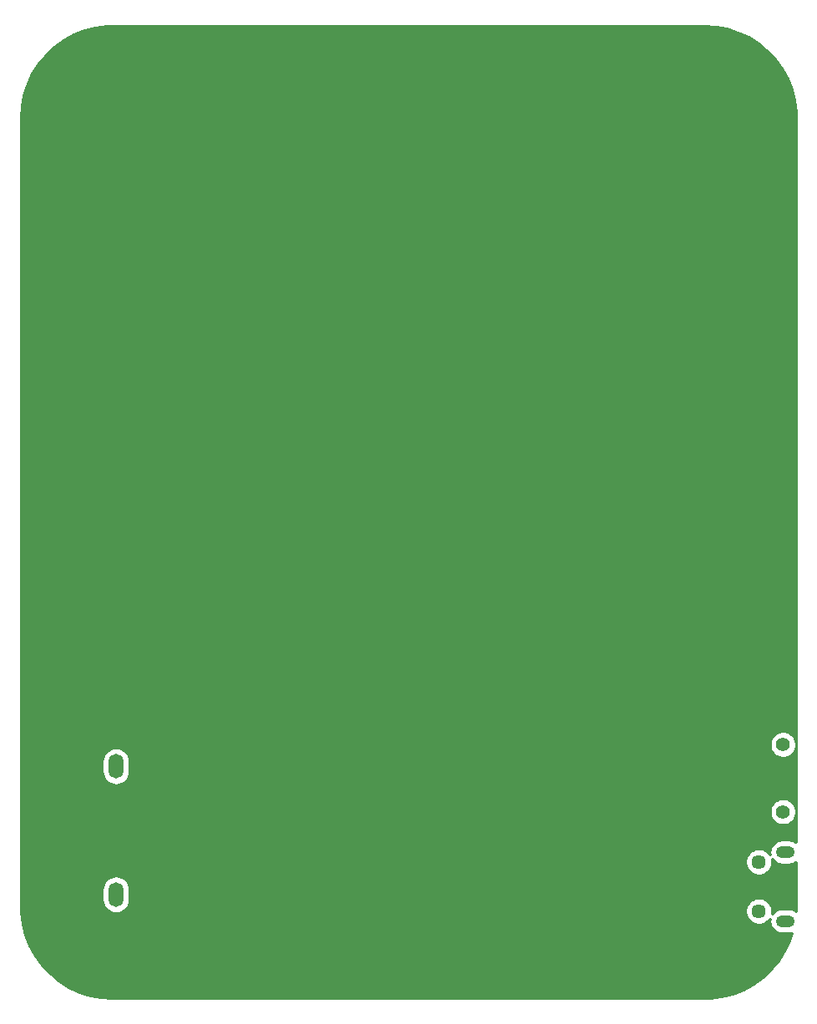
<source format=gbl>
%TF.GenerationSoftware,KiCad,Pcbnew,(5.1.6)-1*%
%TF.CreationDate,2020-12-04T21:40:29+01:00*%
%TF.ProjectId,case_julgran_LED,63617365-5f6a-4756-9c67-72616e5f4c45,rev?*%
%TF.SameCoordinates,Original*%
%TF.FileFunction,Copper,L2,Bot*%
%TF.FilePolarity,Positive*%
%FSLAX46Y46*%
G04 Gerber Fmt 4.6, Leading zero omitted, Abs format (unit mm)*
G04 Created by KiCad (PCBNEW (5.1.6)-1) date 2020-12-04 21:40:30*
%MOMM*%
%LPD*%
G01*
G04 APERTURE LIST*
%TA.AperFunction,ComponentPad*%
%ADD10O,1.524000X2.500000*%
%TD*%
%TA.AperFunction,ComponentPad*%
%ADD11C,1.450000*%
%TD*%
%TA.AperFunction,ComponentPad*%
%ADD12O,1.900000X1.200000*%
%TD*%
%TA.AperFunction,ComponentPad*%
%ADD13C,1.400000*%
%TD*%
%TA.AperFunction,NonConductor*%
%ADD14C,0.254000*%
%TD*%
G04 APERTURE END LIST*
D10*
%TO.P,J1,1*%
%TO.N,Net-(J1-Pad1)*%
X44320000Y-115800000D03*
%TO.P,J1,2*%
%TO.N,GND*%
X44320000Y-102800000D03*
%TD*%
D11*
%TO.P,J2,6*%
%TO.N,Net-(J2-Pad6)*%
X109537500Y-117500000D03*
X109537500Y-112500000D03*
D12*
X112237500Y-118500000D03*
X112237500Y-111500000D03*
%TD*%
D13*
%TO.P,S1,4*%
%TO.N,N/C*%
X112000000Y-107400000D03*
%TO.P,S1,5*%
X112000000Y-100600000D03*
%TD*%
D14*
G36*
X105170449Y-27734944D02*
G01*
X106322444Y-27954698D01*
X107437801Y-28317100D01*
X108498955Y-28816441D01*
X109489146Y-29444836D01*
X110392776Y-30192383D01*
X111195588Y-31047292D01*
X111884922Y-31996079D01*
X112449903Y-33023774D01*
X112881627Y-34114186D01*
X113173281Y-35250103D01*
X113321571Y-36423941D01*
X113340001Y-37010389D01*
X113340000Y-110519912D01*
X113276949Y-110468167D01*
X113062401Y-110353489D01*
X112829602Y-110282870D01*
X112648165Y-110265000D01*
X111826835Y-110265000D01*
X111645398Y-110282870D01*
X111412599Y-110353489D01*
X111198051Y-110468167D01*
X111009998Y-110622498D01*
X110855667Y-110810551D01*
X110740989Y-111025099D01*
X110670370Y-111257898D01*
X110646525Y-111500000D01*
X110670370Y-111742102D01*
X110673383Y-111752035D01*
X110593881Y-111633051D01*
X110404449Y-111443619D01*
X110181701Y-111294784D01*
X109934197Y-111192264D01*
X109671448Y-111140000D01*
X109403552Y-111140000D01*
X109140803Y-111192264D01*
X108893299Y-111294784D01*
X108670551Y-111443619D01*
X108481119Y-111633051D01*
X108332284Y-111855799D01*
X108229764Y-112103303D01*
X108177500Y-112366052D01*
X108177500Y-112633948D01*
X108229764Y-112896697D01*
X108332284Y-113144201D01*
X108481119Y-113366949D01*
X108670551Y-113556381D01*
X108893299Y-113705216D01*
X109140803Y-113807736D01*
X109403552Y-113860000D01*
X109671448Y-113860000D01*
X109934197Y-113807736D01*
X110181701Y-113705216D01*
X110404449Y-113556381D01*
X110593881Y-113366949D01*
X110742716Y-113144201D01*
X110845236Y-112896697D01*
X110897500Y-112633948D01*
X110897500Y-112366052D01*
X110864516Y-112200232D01*
X111009998Y-112377502D01*
X111198051Y-112531833D01*
X111412599Y-112646511D01*
X111645398Y-112717130D01*
X111826835Y-112735000D01*
X112648165Y-112735000D01*
X112829602Y-112717130D01*
X113062401Y-112646511D01*
X113276949Y-112531833D01*
X113340000Y-112480088D01*
X113340000Y-116979253D01*
X113307655Y-117493366D01*
X113276949Y-117468167D01*
X113062401Y-117353489D01*
X112829602Y-117282870D01*
X112648165Y-117265000D01*
X111826835Y-117265000D01*
X111645398Y-117282870D01*
X111412599Y-117353489D01*
X111198051Y-117468167D01*
X111009998Y-117622498D01*
X110864516Y-117799768D01*
X110897500Y-117633948D01*
X110897500Y-117366052D01*
X110845236Y-117103303D01*
X110742716Y-116855799D01*
X110593881Y-116633051D01*
X110404449Y-116443619D01*
X110181701Y-116294784D01*
X109934197Y-116192264D01*
X109671448Y-116140000D01*
X109403552Y-116140000D01*
X109140803Y-116192264D01*
X108893299Y-116294784D01*
X108670551Y-116443619D01*
X108481119Y-116633051D01*
X108332284Y-116855799D01*
X108229764Y-117103303D01*
X108177500Y-117366052D01*
X108177500Y-117633948D01*
X108229764Y-117896697D01*
X108332284Y-118144201D01*
X108481119Y-118366949D01*
X108670551Y-118556381D01*
X108893299Y-118705216D01*
X109140803Y-118807736D01*
X109403552Y-118860000D01*
X109671448Y-118860000D01*
X109934197Y-118807736D01*
X110181701Y-118705216D01*
X110404449Y-118556381D01*
X110593881Y-118366949D01*
X110673383Y-118247965D01*
X110670370Y-118257898D01*
X110646525Y-118500000D01*
X110670370Y-118742102D01*
X110740989Y-118974901D01*
X110855667Y-119189449D01*
X111009998Y-119377502D01*
X111198051Y-119531833D01*
X111412599Y-119646511D01*
X111645398Y-119717130D01*
X111826835Y-119735000D01*
X112648165Y-119735000D01*
X112829602Y-119717130D01*
X112926623Y-119687699D01*
X112682900Y-120437801D01*
X112183560Y-121498952D01*
X111555165Y-122489144D01*
X110807612Y-123392780D01*
X109952708Y-124195588D01*
X109003922Y-124884922D01*
X107976227Y-125449903D01*
X106885813Y-125881627D01*
X105749897Y-126173281D01*
X104576058Y-126321571D01*
X103989642Y-126340000D01*
X44020747Y-126340000D01*
X42829552Y-126265056D01*
X41677556Y-126045302D01*
X40562199Y-125682900D01*
X39501048Y-125183560D01*
X38510856Y-124555165D01*
X37607220Y-123807612D01*
X36804412Y-122952708D01*
X36115078Y-122003922D01*
X35550097Y-120976227D01*
X35118373Y-119885813D01*
X34826719Y-118749897D01*
X34678429Y-117576058D01*
X34660000Y-116989642D01*
X34660000Y-115243376D01*
X42923000Y-115243376D01*
X42923000Y-116356625D01*
X42943214Y-116561860D01*
X43023096Y-116825195D01*
X43152817Y-117067887D01*
X43327393Y-117280608D01*
X43540114Y-117455183D01*
X43782806Y-117584904D01*
X44046141Y-117664786D01*
X44320000Y-117691759D01*
X44593860Y-117664786D01*
X44857195Y-117584904D01*
X45099887Y-117455183D01*
X45312608Y-117280608D01*
X45487183Y-117067887D01*
X45616904Y-116825195D01*
X45696786Y-116561860D01*
X45717000Y-116356624D01*
X45717000Y-115243375D01*
X45696786Y-115038140D01*
X45616904Y-114774805D01*
X45487183Y-114532113D01*
X45312607Y-114319392D01*
X45099886Y-114144817D01*
X44857194Y-114015096D01*
X44593859Y-113935214D01*
X44320000Y-113908241D01*
X44046140Y-113935214D01*
X43782805Y-114015096D01*
X43540113Y-114144817D01*
X43327392Y-114319393D01*
X43152817Y-114532114D01*
X43023096Y-114774806D01*
X42943214Y-115038141D01*
X42923000Y-115243376D01*
X34660000Y-115243376D01*
X34660000Y-107268514D01*
X110665000Y-107268514D01*
X110665000Y-107531486D01*
X110716304Y-107789405D01*
X110816939Y-108032359D01*
X110963038Y-108251013D01*
X111148987Y-108436962D01*
X111367641Y-108583061D01*
X111610595Y-108683696D01*
X111868514Y-108735000D01*
X112131486Y-108735000D01*
X112389405Y-108683696D01*
X112632359Y-108583061D01*
X112851013Y-108436962D01*
X113036962Y-108251013D01*
X113183061Y-108032359D01*
X113283696Y-107789405D01*
X113335000Y-107531486D01*
X113335000Y-107268514D01*
X113283696Y-107010595D01*
X113183061Y-106767641D01*
X113036962Y-106548987D01*
X112851013Y-106363038D01*
X112632359Y-106216939D01*
X112389405Y-106116304D01*
X112131486Y-106065000D01*
X111868514Y-106065000D01*
X111610595Y-106116304D01*
X111367641Y-106216939D01*
X111148987Y-106363038D01*
X110963038Y-106548987D01*
X110816939Y-106767641D01*
X110716304Y-107010595D01*
X110665000Y-107268514D01*
X34660000Y-107268514D01*
X34660000Y-102243376D01*
X42923000Y-102243376D01*
X42923000Y-103356625D01*
X42943214Y-103561860D01*
X43023096Y-103825195D01*
X43152817Y-104067887D01*
X43327393Y-104280608D01*
X43540114Y-104455183D01*
X43782806Y-104584904D01*
X44046141Y-104664786D01*
X44320000Y-104691759D01*
X44593860Y-104664786D01*
X44857195Y-104584904D01*
X45099887Y-104455183D01*
X45312608Y-104280608D01*
X45487183Y-104067887D01*
X45616904Y-103825195D01*
X45696786Y-103561860D01*
X45717000Y-103356624D01*
X45717000Y-102243375D01*
X45696786Y-102038140D01*
X45616904Y-101774805D01*
X45487183Y-101532113D01*
X45312607Y-101319392D01*
X45099886Y-101144817D01*
X44857194Y-101015096D01*
X44593859Y-100935214D01*
X44320000Y-100908241D01*
X44046140Y-100935214D01*
X43782805Y-101015096D01*
X43540113Y-101144817D01*
X43327392Y-101319393D01*
X43152817Y-101532114D01*
X43023096Y-101774806D01*
X42943214Y-102038141D01*
X42923000Y-102243376D01*
X34660000Y-102243376D01*
X34660000Y-100468514D01*
X110665000Y-100468514D01*
X110665000Y-100731486D01*
X110716304Y-100989405D01*
X110816939Y-101232359D01*
X110963038Y-101451013D01*
X111148987Y-101636962D01*
X111367641Y-101783061D01*
X111610595Y-101883696D01*
X111868514Y-101935000D01*
X112131486Y-101935000D01*
X112389405Y-101883696D01*
X112632359Y-101783061D01*
X112851013Y-101636962D01*
X113036962Y-101451013D01*
X113183061Y-101232359D01*
X113283696Y-100989405D01*
X113335000Y-100731486D01*
X113335000Y-100468514D01*
X113283696Y-100210595D01*
X113183061Y-99967641D01*
X113036962Y-99748987D01*
X112851013Y-99563038D01*
X112632359Y-99416939D01*
X112389405Y-99316304D01*
X112131486Y-99265000D01*
X111868514Y-99265000D01*
X111610595Y-99316304D01*
X111367641Y-99416939D01*
X111148987Y-99563038D01*
X110963038Y-99748987D01*
X110816939Y-99967641D01*
X110716304Y-100210595D01*
X110665000Y-100468514D01*
X34660000Y-100468514D01*
X34660000Y-37020747D01*
X34734944Y-35829551D01*
X34954698Y-34677556D01*
X35317100Y-33562199D01*
X35816441Y-32501045D01*
X36444836Y-31510854D01*
X37192383Y-30607224D01*
X38047292Y-29804412D01*
X38996079Y-29115078D01*
X40023774Y-28550097D01*
X41114186Y-28118373D01*
X42250103Y-27826719D01*
X43423941Y-27678429D01*
X44010358Y-27660000D01*
X103979253Y-27660000D01*
X105170449Y-27734944D01*
G37*
X105170449Y-27734944D02*
X106322444Y-27954698D01*
X107437801Y-28317100D01*
X108498955Y-28816441D01*
X109489146Y-29444836D01*
X110392776Y-30192383D01*
X111195588Y-31047292D01*
X111884922Y-31996079D01*
X112449903Y-33023774D01*
X112881627Y-34114186D01*
X113173281Y-35250103D01*
X113321571Y-36423941D01*
X113340001Y-37010389D01*
X113340000Y-110519912D01*
X113276949Y-110468167D01*
X113062401Y-110353489D01*
X112829602Y-110282870D01*
X112648165Y-110265000D01*
X111826835Y-110265000D01*
X111645398Y-110282870D01*
X111412599Y-110353489D01*
X111198051Y-110468167D01*
X111009998Y-110622498D01*
X110855667Y-110810551D01*
X110740989Y-111025099D01*
X110670370Y-111257898D01*
X110646525Y-111500000D01*
X110670370Y-111742102D01*
X110673383Y-111752035D01*
X110593881Y-111633051D01*
X110404449Y-111443619D01*
X110181701Y-111294784D01*
X109934197Y-111192264D01*
X109671448Y-111140000D01*
X109403552Y-111140000D01*
X109140803Y-111192264D01*
X108893299Y-111294784D01*
X108670551Y-111443619D01*
X108481119Y-111633051D01*
X108332284Y-111855799D01*
X108229764Y-112103303D01*
X108177500Y-112366052D01*
X108177500Y-112633948D01*
X108229764Y-112896697D01*
X108332284Y-113144201D01*
X108481119Y-113366949D01*
X108670551Y-113556381D01*
X108893299Y-113705216D01*
X109140803Y-113807736D01*
X109403552Y-113860000D01*
X109671448Y-113860000D01*
X109934197Y-113807736D01*
X110181701Y-113705216D01*
X110404449Y-113556381D01*
X110593881Y-113366949D01*
X110742716Y-113144201D01*
X110845236Y-112896697D01*
X110897500Y-112633948D01*
X110897500Y-112366052D01*
X110864516Y-112200232D01*
X111009998Y-112377502D01*
X111198051Y-112531833D01*
X111412599Y-112646511D01*
X111645398Y-112717130D01*
X111826835Y-112735000D01*
X112648165Y-112735000D01*
X112829602Y-112717130D01*
X113062401Y-112646511D01*
X113276949Y-112531833D01*
X113340000Y-112480088D01*
X113340000Y-116979253D01*
X113307655Y-117493366D01*
X113276949Y-117468167D01*
X113062401Y-117353489D01*
X112829602Y-117282870D01*
X112648165Y-117265000D01*
X111826835Y-117265000D01*
X111645398Y-117282870D01*
X111412599Y-117353489D01*
X111198051Y-117468167D01*
X111009998Y-117622498D01*
X110864516Y-117799768D01*
X110897500Y-117633948D01*
X110897500Y-117366052D01*
X110845236Y-117103303D01*
X110742716Y-116855799D01*
X110593881Y-116633051D01*
X110404449Y-116443619D01*
X110181701Y-116294784D01*
X109934197Y-116192264D01*
X109671448Y-116140000D01*
X109403552Y-116140000D01*
X109140803Y-116192264D01*
X108893299Y-116294784D01*
X108670551Y-116443619D01*
X108481119Y-116633051D01*
X108332284Y-116855799D01*
X108229764Y-117103303D01*
X108177500Y-117366052D01*
X108177500Y-117633948D01*
X108229764Y-117896697D01*
X108332284Y-118144201D01*
X108481119Y-118366949D01*
X108670551Y-118556381D01*
X108893299Y-118705216D01*
X109140803Y-118807736D01*
X109403552Y-118860000D01*
X109671448Y-118860000D01*
X109934197Y-118807736D01*
X110181701Y-118705216D01*
X110404449Y-118556381D01*
X110593881Y-118366949D01*
X110673383Y-118247965D01*
X110670370Y-118257898D01*
X110646525Y-118500000D01*
X110670370Y-118742102D01*
X110740989Y-118974901D01*
X110855667Y-119189449D01*
X111009998Y-119377502D01*
X111198051Y-119531833D01*
X111412599Y-119646511D01*
X111645398Y-119717130D01*
X111826835Y-119735000D01*
X112648165Y-119735000D01*
X112829602Y-119717130D01*
X112926623Y-119687699D01*
X112682900Y-120437801D01*
X112183560Y-121498952D01*
X111555165Y-122489144D01*
X110807612Y-123392780D01*
X109952708Y-124195588D01*
X109003922Y-124884922D01*
X107976227Y-125449903D01*
X106885813Y-125881627D01*
X105749897Y-126173281D01*
X104576058Y-126321571D01*
X103989642Y-126340000D01*
X44020747Y-126340000D01*
X42829552Y-126265056D01*
X41677556Y-126045302D01*
X40562199Y-125682900D01*
X39501048Y-125183560D01*
X38510856Y-124555165D01*
X37607220Y-123807612D01*
X36804412Y-122952708D01*
X36115078Y-122003922D01*
X35550097Y-120976227D01*
X35118373Y-119885813D01*
X34826719Y-118749897D01*
X34678429Y-117576058D01*
X34660000Y-116989642D01*
X34660000Y-115243376D01*
X42923000Y-115243376D01*
X42923000Y-116356625D01*
X42943214Y-116561860D01*
X43023096Y-116825195D01*
X43152817Y-117067887D01*
X43327393Y-117280608D01*
X43540114Y-117455183D01*
X43782806Y-117584904D01*
X44046141Y-117664786D01*
X44320000Y-117691759D01*
X44593860Y-117664786D01*
X44857195Y-117584904D01*
X45099887Y-117455183D01*
X45312608Y-117280608D01*
X45487183Y-117067887D01*
X45616904Y-116825195D01*
X45696786Y-116561860D01*
X45717000Y-116356624D01*
X45717000Y-115243375D01*
X45696786Y-115038140D01*
X45616904Y-114774805D01*
X45487183Y-114532113D01*
X45312607Y-114319392D01*
X45099886Y-114144817D01*
X44857194Y-114015096D01*
X44593859Y-113935214D01*
X44320000Y-113908241D01*
X44046140Y-113935214D01*
X43782805Y-114015096D01*
X43540113Y-114144817D01*
X43327392Y-114319393D01*
X43152817Y-114532114D01*
X43023096Y-114774806D01*
X42943214Y-115038141D01*
X42923000Y-115243376D01*
X34660000Y-115243376D01*
X34660000Y-107268514D01*
X110665000Y-107268514D01*
X110665000Y-107531486D01*
X110716304Y-107789405D01*
X110816939Y-108032359D01*
X110963038Y-108251013D01*
X111148987Y-108436962D01*
X111367641Y-108583061D01*
X111610595Y-108683696D01*
X111868514Y-108735000D01*
X112131486Y-108735000D01*
X112389405Y-108683696D01*
X112632359Y-108583061D01*
X112851013Y-108436962D01*
X113036962Y-108251013D01*
X113183061Y-108032359D01*
X113283696Y-107789405D01*
X113335000Y-107531486D01*
X113335000Y-107268514D01*
X113283696Y-107010595D01*
X113183061Y-106767641D01*
X113036962Y-106548987D01*
X112851013Y-106363038D01*
X112632359Y-106216939D01*
X112389405Y-106116304D01*
X112131486Y-106065000D01*
X111868514Y-106065000D01*
X111610595Y-106116304D01*
X111367641Y-106216939D01*
X111148987Y-106363038D01*
X110963038Y-106548987D01*
X110816939Y-106767641D01*
X110716304Y-107010595D01*
X110665000Y-107268514D01*
X34660000Y-107268514D01*
X34660000Y-102243376D01*
X42923000Y-102243376D01*
X42923000Y-103356625D01*
X42943214Y-103561860D01*
X43023096Y-103825195D01*
X43152817Y-104067887D01*
X43327393Y-104280608D01*
X43540114Y-104455183D01*
X43782806Y-104584904D01*
X44046141Y-104664786D01*
X44320000Y-104691759D01*
X44593860Y-104664786D01*
X44857195Y-104584904D01*
X45099887Y-104455183D01*
X45312608Y-104280608D01*
X45487183Y-104067887D01*
X45616904Y-103825195D01*
X45696786Y-103561860D01*
X45717000Y-103356624D01*
X45717000Y-102243375D01*
X45696786Y-102038140D01*
X45616904Y-101774805D01*
X45487183Y-101532113D01*
X45312607Y-101319392D01*
X45099886Y-101144817D01*
X44857194Y-101015096D01*
X44593859Y-100935214D01*
X44320000Y-100908241D01*
X44046140Y-100935214D01*
X43782805Y-101015096D01*
X43540113Y-101144817D01*
X43327392Y-101319393D01*
X43152817Y-101532114D01*
X43023096Y-101774806D01*
X42943214Y-102038141D01*
X42923000Y-102243376D01*
X34660000Y-102243376D01*
X34660000Y-100468514D01*
X110665000Y-100468514D01*
X110665000Y-100731486D01*
X110716304Y-100989405D01*
X110816939Y-101232359D01*
X110963038Y-101451013D01*
X111148987Y-101636962D01*
X111367641Y-101783061D01*
X111610595Y-101883696D01*
X111868514Y-101935000D01*
X112131486Y-101935000D01*
X112389405Y-101883696D01*
X112632359Y-101783061D01*
X112851013Y-101636962D01*
X113036962Y-101451013D01*
X113183061Y-101232359D01*
X113283696Y-100989405D01*
X113335000Y-100731486D01*
X113335000Y-100468514D01*
X113283696Y-100210595D01*
X113183061Y-99967641D01*
X113036962Y-99748987D01*
X112851013Y-99563038D01*
X112632359Y-99416939D01*
X112389405Y-99316304D01*
X112131486Y-99265000D01*
X111868514Y-99265000D01*
X111610595Y-99316304D01*
X111367641Y-99416939D01*
X111148987Y-99563038D01*
X110963038Y-99748987D01*
X110816939Y-99967641D01*
X110716304Y-100210595D01*
X110665000Y-100468514D01*
X34660000Y-100468514D01*
X34660000Y-37020747D01*
X34734944Y-35829551D01*
X34954698Y-34677556D01*
X35317100Y-33562199D01*
X35816441Y-32501045D01*
X36444836Y-31510854D01*
X37192383Y-30607224D01*
X38047292Y-29804412D01*
X38996079Y-29115078D01*
X40023774Y-28550097D01*
X41114186Y-28118373D01*
X42250103Y-27826719D01*
X43423941Y-27678429D01*
X44010358Y-27660000D01*
X103979253Y-27660000D01*
X105170449Y-27734944D01*
M02*

</source>
